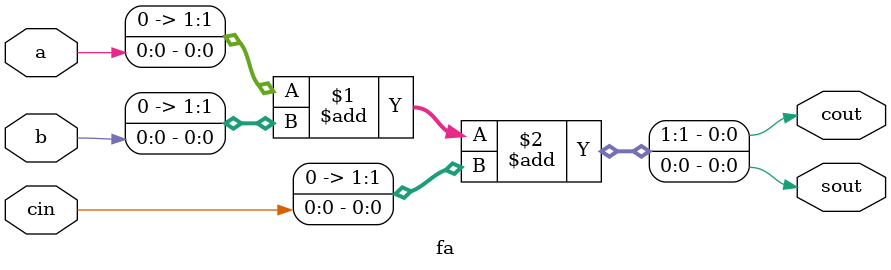
<source format=v>
`timescale 1ns / 1ps


module fa(
    input a,b,cin,
    output cout,sout
    );
    assign {cout,sout}={1'b0,a}+{1'b0,b}+{1'b0,cin};
endmodule

</source>
